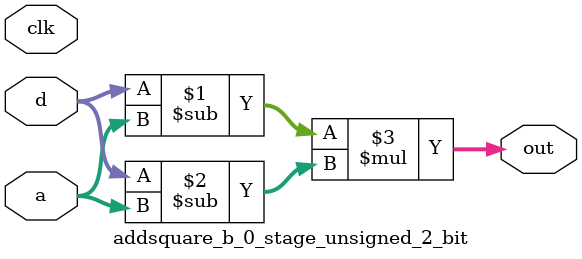
<source format=sv>
(* use_dsp = "yes" *) module addsquare_b_0_stage_unsigned_2_bit(
	input  [1:0] a,
	input  [1:0] d,
	output [1:0] out,
	input clk);

	assign out = (d - a) * (d - a);
endmodule

</source>
